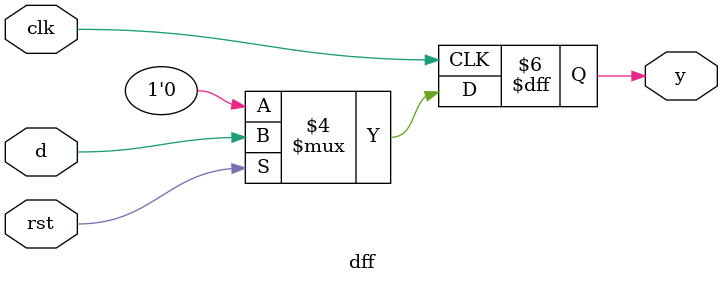
<source format=v>
module dff(
  input clk,
  input d,
  input rst,
  output reg y);

  always@(posedge clk) begin
    if(!rst) 
      y <= 0;
    else
      y <= d;
  end
endmodule

</source>
